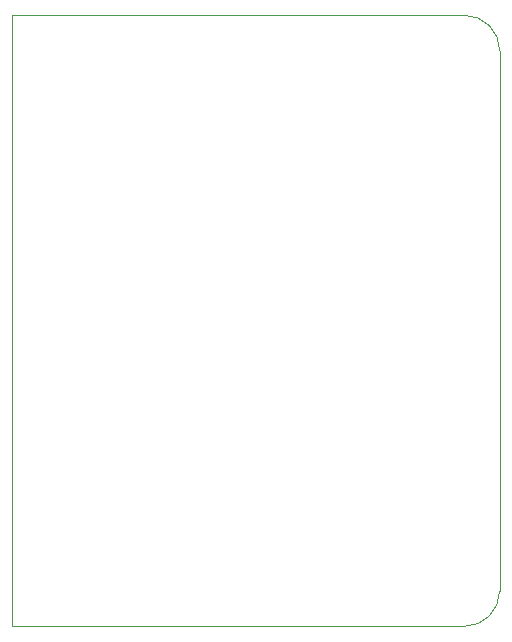
<source format=gbr>
G04 #@! TF.GenerationSoftware,KiCad,Pcbnew,(5.1.4-0-10_14)*
G04 #@! TF.CreationDate,2019-11-29T22:31:09-05:00*
G04 #@! TF.ProjectId,a500plus-chipram-expansion,61353030-706c-4757-932d-636869707261,rev?*
G04 #@! TF.SameCoordinates,Original*
G04 #@! TF.FileFunction,Profile,NP*
%FSLAX46Y46*%
G04 Gerber Fmt 4.6, Leading zero omitted, Abs format (unit mm)*
G04 Created by KiCad (PCBNEW (5.1.4-0-10_14)) date 2019-11-29 22:31:09*
%MOMM*%
%LPD*%
G04 APERTURE LIST*
%ADD10C,0.050000*%
G04 APERTURE END LIST*
D10*
X107000000Y-85000000D02*
X68750000Y-85000000D01*
X110000000Y-36250000D02*
X110000000Y-82000000D01*
X107000000Y-33250000D02*
X68750000Y-33250000D01*
X107000000Y-33250000D02*
G75*
G02X110000000Y-36250000I0J-3000000D01*
G01*
X110000000Y-82000000D02*
G75*
G02X107000000Y-85000000I-3000000J0D01*
G01*
X68750000Y-85000000D02*
X68750000Y-33250000D01*
M02*

</source>
